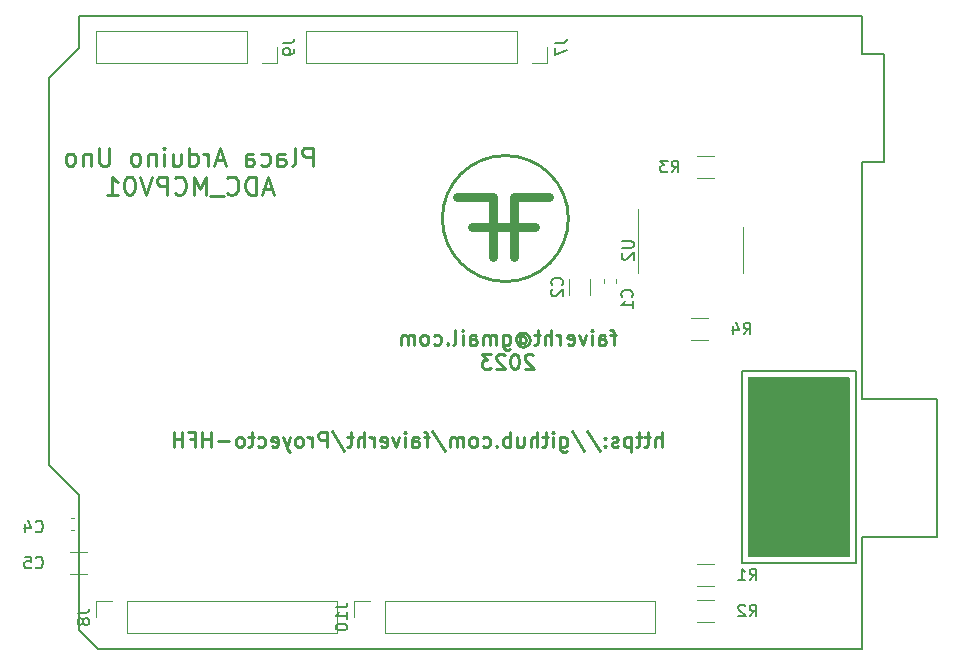
<source format=gbr>
%TF.GenerationSoftware,KiCad,Pcbnew,7.99.0-2684-g11de95778b*%
%TF.CreationDate,2023-11-20T14:54:01-05:00*%
%TF.ProjectId,ADC_MCPV01,4144435f-4d43-4505-9630-312e6b696361,rev?*%
%TF.SameCoordinates,Original*%
%TF.FileFunction,Legend,Bot*%
%TF.FilePolarity,Positive*%
%FSLAX46Y46*%
G04 Gerber Fmt 4.6, Leading zero omitted, Abs format (unit mm)*
G04 Created by KiCad (PCBNEW 7.99.0-2684-g11de95778b) date 2023-11-20 14:54:01*
%MOMM*%
%LPD*%
G01*
G04 APERTURE LIST*
%ADD10C,0.150000*%
%ADD11C,0.228600*%
%ADD12C,0.254000*%
%ADD13C,0.762000*%
%ADD14C,0.120000*%
G04 APERTURE END LIST*
D10*
X162560000Y-57912000D02*
X172212000Y-57912000D01*
X172212000Y-74168000D01*
X162560000Y-74168000D01*
X162560000Y-57912000D01*
D11*
X155780618Y-64348688D02*
X155780618Y-63078688D01*
X155236332Y-64348688D02*
X155236332Y-63683450D01*
X155236332Y-63683450D02*
X155296808Y-63562497D01*
X155296808Y-63562497D02*
X155417760Y-63502021D01*
X155417760Y-63502021D02*
X155599189Y-63502021D01*
X155599189Y-63502021D02*
X155720141Y-63562497D01*
X155720141Y-63562497D02*
X155780618Y-63622973D01*
X154812998Y-63502021D02*
X154329189Y-63502021D01*
X154631570Y-63078688D02*
X154631570Y-64167259D01*
X154631570Y-64167259D02*
X154571093Y-64288212D01*
X154571093Y-64288212D02*
X154450141Y-64348688D01*
X154450141Y-64348688D02*
X154329189Y-64348688D01*
X154087284Y-63502021D02*
X153603475Y-63502021D01*
X153905856Y-63078688D02*
X153905856Y-64167259D01*
X153905856Y-64167259D02*
X153845379Y-64288212D01*
X153845379Y-64288212D02*
X153724427Y-64348688D01*
X153724427Y-64348688D02*
X153603475Y-64348688D01*
X153180142Y-63502021D02*
X153180142Y-64772021D01*
X153180142Y-63562497D02*
X153059189Y-63502021D01*
X153059189Y-63502021D02*
X152817284Y-63502021D01*
X152817284Y-63502021D02*
X152696332Y-63562497D01*
X152696332Y-63562497D02*
X152635856Y-63622973D01*
X152635856Y-63622973D02*
X152575380Y-63743926D01*
X152575380Y-63743926D02*
X152575380Y-64106783D01*
X152575380Y-64106783D02*
X152635856Y-64227735D01*
X152635856Y-64227735D02*
X152696332Y-64288212D01*
X152696332Y-64288212D02*
X152817284Y-64348688D01*
X152817284Y-64348688D02*
X153059189Y-64348688D01*
X153059189Y-64348688D02*
X153180142Y-64288212D01*
X152091570Y-64288212D02*
X151970617Y-64348688D01*
X151970617Y-64348688D02*
X151728713Y-64348688D01*
X151728713Y-64348688D02*
X151607760Y-64288212D01*
X151607760Y-64288212D02*
X151547284Y-64167259D01*
X151547284Y-64167259D02*
X151547284Y-64106783D01*
X151547284Y-64106783D02*
X151607760Y-63985831D01*
X151607760Y-63985831D02*
X151728713Y-63925354D01*
X151728713Y-63925354D02*
X151910141Y-63925354D01*
X151910141Y-63925354D02*
X152031094Y-63864878D01*
X152031094Y-63864878D02*
X152091570Y-63743926D01*
X152091570Y-63743926D02*
X152091570Y-63683450D01*
X152091570Y-63683450D02*
X152031094Y-63562497D01*
X152031094Y-63562497D02*
X151910141Y-63502021D01*
X151910141Y-63502021D02*
X151728713Y-63502021D01*
X151728713Y-63502021D02*
X151607760Y-63562497D01*
X151002999Y-64227735D02*
X150942522Y-64288212D01*
X150942522Y-64288212D02*
X151002999Y-64348688D01*
X151002999Y-64348688D02*
X151063475Y-64288212D01*
X151063475Y-64288212D02*
X151002999Y-64227735D01*
X151002999Y-64227735D02*
X151002999Y-64348688D01*
X151002999Y-63562497D02*
X150942522Y-63622973D01*
X150942522Y-63622973D02*
X151002999Y-63683450D01*
X151002999Y-63683450D02*
X151063475Y-63622973D01*
X151063475Y-63622973D02*
X151002999Y-63562497D01*
X151002999Y-63562497D02*
X151002999Y-63683450D01*
X149491094Y-63018212D02*
X150579665Y-64651069D01*
X148160618Y-63018212D02*
X149249189Y-64651069D01*
X147192999Y-63502021D02*
X147192999Y-64530116D01*
X147192999Y-64530116D02*
X147253475Y-64651069D01*
X147253475Y-64651069D02*
X147313951Y-64711545D01*
X147313951Y-64711545D02*
X147434904Y-64772021D01*
X147434904Y-64772021D02*
X147616332Y-64772021D01*
X147616332Y-64772021D02*
X147737285Y-64711545D01*
X147192999Y-64288212D02*
X147313951Y-64348688D01*
X147313951Y-64348688D02*
X147555856Y-64348688D01*
X147555856Y-64348688D02*
X147676808Y-64288212D01*
X147676808Y-64288212D02*
X147737285Y-64227735D01*
X147737285Y-64227735D02*
X147797761Y-64106783D01*
X147797761Y-64106783D02*
X147797761Y-63743926D01*
X147797761Y-63743926D02*
X147737285Y-63622973D01*
X147737285Y-63622973D02*
X147676808Y-63562497D01*
X147676808Y-63562497D02*
X147555856Y-63502021D01*
X147555856Y-63502021D02*
X147313951Y-63502021D01*
X147313951Y-63502021D02*
X147192999Y-63562497D01*
X146588237Y-64348688D02*
X146588237Y-63502021D01*
X146588237Y-63078688D02*
X146648713Y-63139164D01*
X146648713Y-63139164D02*
X146588237Y-63199640D01*
X146588237Y-63199640D02*
X146527760Y-63139164D01*
X146527760Y-63139164D02*
X146588237Y-63078688D01*
X146588237Y-63078688D02*
X146588237Y-63199640D01*
X146164903Y-63502021D02*
X145681094Y-63502021D01*
X145983475Y-63078688D02*
X145983475Y-64167259D01*
X145983475Y-64167259D02*
X145922998Y-64288212D01*
X145922998Y-64288212D02*
X145802046Y-64348688D01*
X145802046Y-64348688D02*
X145681094Y-64348688D01*
X145257761Y-64348688D02*
X145257761Y-63078688D01*
X144713475Y-64348688D02*
X144713475Y-63683450D01*
X144713475Y-63683450D02*
X144773951Y-63562497D01*
X144773951Y-63562497D02*
X144894903Y-63502021D01*
X144894903Y-63502021D02*
X145076332Y-63502021D01*
X145076332Y-63502021D02*
X145197284Y-63562497D01*
X145197284Y-63562497D02*
X145257761Y-63622973D01*
X143564427Y-63502021D02*
X143564427Y-64348688D01*
X144108713Y-63502021D02*
X144108713Y-64167259D01*
X144108713Y-64167259D02*
X144048236Y-64288212D01*
X144048236Y-64288212D02*
X143927284Y-64348688D01*
X143927284Y-64348688D02*
X143745855Y-64348688D01*
X143745855Y-64348688D02*
X143624903Y-64288212D01*
X143624903Y-64288212D02*
X143564427Y-64227735D01*
X142959665Y-64348688D02*
X142959665Y-63078688D01*
X142959665Y-63562497D02*
X142838712Y-63502021D01*
X142838712Y-63502021D02*
X142596807Y-63502021D01*
X142596807Y-63502021D02*
X142475855Y-63562497D01*
X142475855Y-63562497D02*
X142415379Y-63622973D01*
X142415379Y-63622973D02*
X142354903Y-63743926D01*
X142354903Y-63743926D02*
X142354903Y-64106783D01*
X142354903Y-64106783D02*
X142415379Y-64227735D01*
X142415379Y-64227735D02*
X142475855Y-64288212D01*
X142475855Y-64288212D02*
X142596807Y-64348688D01*
X142596807Y-64348688D02*
X142838712Y-64348688D01*
X142838712Y-64348688D02*
X142959665Y-64288212D01*
X141810617Y-64227735D02*
X141750140Y-64288212D01*
X141750140Y-64288212D02*
X141810617Y-64348688D01*
X141810617Y-64348688D02*
X141871093Y-64288212D01*
X141871093Y-64288212D02*
X141810617Y-64227735D01*
X141810617Y-64227735D02*
X141810617Y-64348688D01*
X140661569Y-64288212D02*
X140782521Y-64348688D01*
X140782521Y-64348688D02*
X141024426Y-64348688D01*
X141024426Y-64348688D02*
X141145378Y-64288212D01*
X141145378Y-64288212D02*
X141205855Y-64227735D01*
X141205855Y-64227735D02*
X141266331Y-64106783D01*
X141266331Y-64106783D02*
X141266331Y-63743926D01*
X141266331Y-63743926D02*
X141205855Y-63622973D01*
X141205855Y-63622973D02*
X141145378Y-63562497D01*
X141145378Y-63562497D02*
X141024426Y-63502021D01*
X141024426Y-63502021D02*
X140782521Y-63502021D01*
X140782521Y-63502021D02*
X140661569Y-63562497D01*
X139935855Y-64348688D02*
X140056807Y-64288212D01*
X140056807Y-64288212D02*
X140117284Y-64227735D01*
X140117284Y-64227735D02*
X140177760Y-64106783D01*
X140177760Y-64106783D02*
X140177760Y-63743926D01*
X140177760Y-63743926D02*
X140117284Y-63622973D01*
X140117284Y-63622973D02*
X140056807Y-63562497D01*
X140056807Y-63562497D02*
X139935855Y-63502021D01*
X139935855Y-63502021D02*
X139754426Y-63502021D01*
X139754426Y-63502021D02*
X139633474Y-63562497D01*
X139633474Y-63562497D02*
X139572998Y-63622973D01*
X139572998Y-63622973D02*
X139512522Y-63743926D01*
X139512522Y-63743926D02*
X139512522Y-64106783D01*
X139512522Y-64106783D02*
X139572998Y-64227735D01*
X139572998Y-64227735D02*
X139633474Y-64288212D01*
X139633474Y-64288212D02*
X139754426Y-64348688D01*
X139754426Y-64348688D02*
X139935855Y-64348688D01*
X138968236Y-64348688D02*
X138968236Y-63502021D01*
X138968236Y-63622973D02*
X138907759Y-63562497D01*
X138907759Y-63562497D02*
X138786807Y-63502021D01*
X138786807Y-63502021D02*
X138605378Y-63502021D01*
X138605378Y-63502021D02*
X138484426Y-63562497D01*
X138484426Y-63562497D02*
X138423950Y-63683450D01*
X138423950Y-63683450D02*
X138423950Y-64348688D01*
X138423950Y-63683450D02*
X138363474Y-63562497D01*
X138363474Y-63562497D02*
X138242521Y-63502021D01*
X138242521Y-63502021D02*
X138061093Y-63502021D01*
X138061093Y-63502021D02*
X137940140Y-63562497D01*
X137940140Y-63562497D02*
X137879664Y-63683450D01*
X137879664Y-63683450D02*
X137879664Y-64348688D01*
X136367760Y-63018212D02*
X137456331Y-64651069D01*
X136125855Y-63502021D02*
X135642046Y-63502021D01*
X135944427Y-64348688D02*
X135944427Y-63260116D01*
X135944427Y-63260116D02*
X135883950Y-63139164D01*
X135883950Y-63139164D02*
X135762998Y-63078688D01*
X135762998Y-63078688D02*
X135642046Y-63078688D01*
X134674427Y-64348688D02*
X134674427Y-63683450D01*
X134674427Y-63683450D02*
X134734903Y-63562497D01*
X134734903Y-63562497D02*
X134855855Y-63502021D01*
X134855855Y-63502021D02*
X135097760Y-63502021D01*
X135097760Y-63502021D02*
X135218713Y-63562497D01*
X134674427Y-64288212D02*
X134795379Y-64348688D01*
X134795379Y-64348688D02*
X135097760Y-64348688D01*
X135097760Y-64348688D02*
X135218713Y-64288212D01*
X135218713Y-64288212D02*
X135279189Y-64167259D01*
X135279189Y-64167259D02*
X135279189Y-64046307D01*
X135279189Y-64046307D02*
X135218713Y-63925354D01*
X135218713Y-63925354D02*
X135097760Y-63864878D01*
X135097760Y-63864878D02*
X134795379Y-63864878D01*
X134795379Y-63864878D02*
X134674427Y-63804402D01*
X134069665Y-64348688D02*
X134069665Y-63502021D01*
X134069665Y-63078688D02*
X134130141Y-63139164D01*
X134130141Y-63139164D02*
X134069665Y-63199640D01*
X134069665Y-63199640D02*
X134009188Y-63139164D01*
X134009188Y-63139164D02*
X134069665Y-63078688D01*
X134069665Y-63078688D02*
X134069665Y-63199640D01*
X133585855Y-63502021D02*
X133283474Y-64348688D01*
X133283474Y-64348688D02*
X132981093Y-63502021D01*
X132013474Y-64288212D02*
X132134426Y-64348688D01*
X132134426Y-64348688D02*
X132376331Y-64348688D01*
X132376331Y-64348688D02*
X132497284Y-64288212D01*
X132497284Y-64288212D02*
X132557760Y-64167259D01*
X132557760Y-64167259D02*
X132557760Y-63683450D01*
X132557760Y-63683450D02*
X132497284Y-63562497D01*
X132497284Y-63562497D02*
X132376331Y-63502021D01*
X132376331Y-63502021D02*
X132134426Y-63502021D01*
X132134426Y-63502021D02*
X132013474Y-63562497D01*
X132013474Y-63562497D02*
X131952998Y-63683450D01*
X131952998Y-63683450D02*
X131952998Y-63804402D01*
X131952998Y-63804402D02*
X132557760Y-63925354D01*
X131408713Y-64348688D02*
X131408713Y-63502021D01*
X131408713Y-63743926D02*
X131348236Y-63622973D01*
X131348236Y-63622973D02*
X131287760Y-63562497D01*
X131287760Y-63562497D02*
X131166808Y-63502021D01*
X131166808Y-63502021D02*
X131045855Y-63502021D01*
X130622523Y-64348688D02*
X130622523Y-63078688D01*
X130078237Y-64348688D02*
X130078237Y-63683450D01*
X130078237Y-63683450D02*
X130138713Y-63562497D01*
X130138713Y-63562497D02*
X130259665Y-63502021D01*
X130259665Y-63502021D02*
X130441094Y-63502021D01*
X130441094Y-63502021D02*
X130562046Y-63562497D01*
X130562046Y-63562497D02*
X130622523Y-63622973D01*
X129654903Y-63502021D02*
X129171094Y-63502021D01*
X129473475Y-63078688D02*
X129473475Y-64167259D01*
X129473475Y-64167259D02*
X129412998Y-64288212D01*
X129412998Y-64288212D02*
X129292046Y-64348688D01*
X129292046Y-64348688D02*
X129171094Y-64348688D01*
X127840618Y-63018212D02*
X128929189Y-64651069D01*
X127417285Y-64348688D02*
X127417285Y-63078688D01*
X127417285Y-63078688D02*
X126933475Y-63078688D01*
X126933475Y-63078688D02*
X126812523Y-63139164D01*
X126812523Y-63139164D02*
X126752046Y-63199640D01*
X126752046Y-63199640D02*
X126691570Y-63320592D01*
X126691570Y-63320592D02*
X126691570Y-63502021D01*
X126691570Y-63502021D02*
X126752046Y-63622973D01*
X126752046Y-63622973D02*
X126812523Y-63683450D01*
X126812523Y-63683450D02*
X126933475Y-63743926D01*
X126933475Y-63743926D02*
X127417285Y-63743926D01*
X126147285Y-64348688D02*
X126147285Y-63502021D01*
X126147285Y-63743926D02*
X126086808Y-63622973D01*
X126086808Y-63622973D02*
X126026332Y-63562497D01*
X126026332Y-63562497D02*
X125905380Y-63502021D01*
X125905380Y-63502021D02*
X125784427Y-63502021D01*
X125179666Y-64348688D02*
X125300618Y-64288212D01*
X125300618Y-64288212D02*
X125361095Y-64227735D01*
X125361095Y-64227735D02*
X125421571Y-64106783D01*
X125421571Y-64106783D02*
X125421571Y-63743926D01*
X125421571Y-63743926D02*
X125361095Y-63622973D01*
X125361095Y-63622973D02*
X125300618Y-63562497D01*
X125300618Y-63562497D02*
X125179666Y-63502021D01*
X125179666Y-63502021D02*
X124998237Y-63502021D01*
X124998237Y-63502021D02*
X124877285Y-63562497D01*
X124877285Y-63562497D02*
X124816809Y-63622973D01*
X124816809Y-63622973D02*
X124756333Y-63743926D01*
X124756333Y-63743926D02*
X124756333Y-64106783D01*
X124756333Y-64106783D02*
X124816809Y-64227735D01*
X124816809Y-64227735D02*
X124877285Y-64288212D01*
X124877285Y-64288212D02*
X124998237Y-64348688D01*
X124998237Y-64348688D02*
X125179666Y-64348688D01*
X124332999Y-63502021D02*
X124030618Y-64348688D01*
X123728237Y-63502021D02*
X124030618Y-64348688D01*
X124030618Y-64348688D02*
X124151570Y-64651069D01*
X124151570Y-64651069D02*
X124212047Y-64711545D01*
X124212047Y-64711545D02*
X124332999Y-64772021D01*
X122760618Y-64288212D02*
X122881570Y-64348688D01*
X122881570Y-64348688D02*
X123123475Y-64348688D01*
X123123475Y-64348688D02*
X123244428Y-64288212D01*
X123244428Y-64288212D02*
X123304904Y-64167259D01*
X123304904Y-64167259D02*
X123304904Y-63683450D01*
X123304904Y-63683450D02*
X123244428Y-63562497D01*
X123244428Y-63562497D02*
X123123475Y-63502021D01*
X123123475Y-63502021D02*
X122881570Y-63502021D01*
X122881570Y-63502021D02*
X122760618Y-63562497D01*
X122760618Y-63562497D02*
X122700142Y-63683450D01*
X122700142Y-63683450D02*
X122700142Y-63804402D01*
X122700142Y-63804402D02*
X123304904Y-63925354D01*
X121611571Y-64288212D02*
X121732523Y-64348688D01*
X121732523Y-64348688D02*
X121974428Y-64348688D01*
X121974428Y-64348688D02*
X122095380Y-64288212D01*
X122095380Y-64288212D02*
X122155857Y-64227735D01*
X122155857Y-64227735D02*
X122216333Y-64106783D01*
X122216333Y-64106783D02*
X122216333Y-63743926D01*
X122216333Y-63743926D02*
X122155857Y-63622973D01*
X122155857Y-63622973D02*
X122095380Y-63562497D01*
X122095380Y-63562497D02*
X121974428Y-63502021D01*
X121974428Y-63502021D02*
X121732523Y-63502021D01*
X121732523Y-63502021D02*
X121611571Y-63562497D01*
X121248714Y-63502021D02*
X120764905Y-63502021D01*
X121067286Y-63078688D02*
X121067286Y-64167259D01*
X121067286Y-64167259D02*
X121006809Y-64288212D01*
X121006809Y-64288212D02*
X120885857Y-64348688D01*
X120885857Y-64348688D02*
X120764905Y-64348688D01*
X120160143Y-64348688D02*
X120281095Y-64288212D01*
X120281095Y-64288212D02*
X120341572Y-64227735D01*
X120341572Y-64227735D02*
X120402048Y-64106783D01*
X120402048Y-64106783D02*
X120402048Y-63743926D01*
X120402048Y-63743926D02*
X120341572Y-63622973D01*
X120341572Y-63622973D02*
X120281095Y-63562497D01*
X120281095Y-63562497D02*
X120160143Y-63502021D01*
X120160143Y-63502021D02*
X119978714Y-63502021D01*
X119978714Y-63502021D02*
X119857762Y-63562497D01*
X119857762Y-63562497D02*
X119797286Y-63622973D01*
X119797286Y-63622973D02*
X119736810Y-63743926D01*
X119736810Y-63743926D02*
X119736810Y-64106783D01*
X119736810Y-64106783D02*
X119797286Y-64227735D01*
X119797286Y-64227735D02*
X119857762Y-64288212D01*
X119857762Y-64288212D02*
X119978714Y-64348688D01*
X119978714Y-64348688D02*
X120160143Y-64348688D01*
X119192524Y-63864878D02*
X118224905Y-63864878D01*
X117620143Y-64348688D02*
X117620143Y-63078688D01*
X117620143Y-63683450D02*
X116894428Y-63683450D01*
X116894428Y-64348688D02*
X116894428Y-63078688D01*
X115866333Y-63683450D02*
X116289667Y-63683450D01*
X116289667Y-64348688D02*
X116289667Y-63078688D01*
X116289667Y-63078688D02*
X115684905Y-63078688D01*
X115201096Y-64348688D02*
X115201096Y-63078688D01*
X115201096Y-63683450D02*
X114475381Y-63683450D01*
X114475381Y-64348688D02*
X114475381Y-63078688D01*
D12*
X126237999Y-40526728D02*
X126237999Y-39002728D01*
X126237999Y-39002728D02*
X125657428Y-39002728D01*
X125657428Y-39002728D02*
X125512285Y-39075299D01*
X125512285Y-39075299D02*
X125439714Y-39147871D01*
X125439714Y-39147871D02*
X125367142Y-39293014D01*
X125367142Y-39293014D02*
X125367142Y-39510728D01*
X125367142Y-39510728D02*
X125439714Y-39655871D01*
X125439714Y-39655871D02*
X125512285Y-39728442D01*
X125512285Y-39728442D02*
X125657428Y-39801014D01*
X125657428Y-39801014D02*
X126237999Y-39801014D01*
X124496285Y-40526728D02*
X124641428Y-40454157D01*
X124641428Y-40454157D02*
X124713999Y-40309014D01*
X124713999Y-40309014D02*
X124713999Y-39002728D01*
X123262571Y-40526728D02*
X123262571Y-39728442D01*
X123262571Y-39728442D02*
X123335142Y-39583299D01*
X123335142Y-39583299D02*
X123480285Y-39510728D01*
X123480285Y-39510728D02*
X123770571Y-39510728D01*
X123770571Y-39510728D02*
X123915713Y-39583299D01*
X123262571Y-40454157D02*
X123407713Y-40526728D01*
X123407713Y-40526728D02*
X123770571Y-40526728D01*
X123770571Y-40526728D02*
X123915713Y-40454157D01*
X123915713Y-40454157D02*
X123988285Y-40309014D01*
X123988285Y-40309014D02*
X123988285Y-40163871D01*
X123988285Y-40163871D02*
X123915713Y-40018728D01*
X123915713Y-40018728D02*
X123770571Y-39946157D01*
X123770571Y-39946157D02*
X123407713Y-39946157D01*
X123407713Y-39946157D02*
X123262571Y-39873585D01*
X121883714Y-40454157D02*
X122028856Y-40526728D01*
X122028856Y-40526728D02*
X122319142Y-40526728D01*
X122319142Y-40526728D02*
X122464285Y-40454157D01*
X122464285Y-40454157D02*
X122536856Y-40381585D01*
X122536856Y-40381585D02*
X122609428Y-40236442D01*
X122609428Y-40236442D02*
X122609428Y-39801014D01*
X122609428Y-39801014D02*
X122536856Y-39655871D01*
X122536856Y-39655871D02*
X122464285Y-39583299D01*
X122464285Y-39583299D02*
X122319142Y-39510728D01*
X122319142Y-39510728D02*
X122028856Y-39510728D01*
X122028856Y-39510728D02*
X121883714Y-39583299D01*
X120577428Y-40526728D02*
X120577428Y-39728442D01*
X120577428Y-39728442D02*
X120649999Y-39583299D01*
X120649999Y-39583299D02*
X120795142Y-39510728D01*
X120795142Y-39510728D02*
X121085428Y-39510728D01*
X121085428Y-39510728D02*
X121230570Y-39583299D01*
X120577428Y-40454157D02*
X120722570Y-40526728D01*
X120722570Y-40526728D02*
X121085428Y-40526728D01*
X121085428Y-40526728D02*
X121230570Y-40454157D01*
X121230570Y-40454157D02*
X121303142Y-40309014D01*
X121303142Y-40309014D02*
X121303142Y-40163871D01*
X121303142Y-40163871D02*
X121230570Y-40018728D01*
X121230570Y-40018728D02*
X121085428Y-39946157D01*
X121085428Y-39946157D02*
X120722570Y-39946157D01*
X120722570Y-39946157D02*
X120577428Y-39873585D01*
X118763142Y-40091299D02*
X118037428Y-40091299D01*
X118908285Y-40526728D02*
X118400285Y-39002728D01*
X118400285Y-39002728D02*
X117892285Y-40526728D01*
X117384284Y-40526728D02*
X117384284Y-39510728D01*
X117384284Y-39801014D02*
X117311713Y-39655871D01*
X117311713Y-39655871D02*
X117239142Y-39583299D01*
X117239142Y-39583299D02*
X117093999Y-39510728D01*
X117093999Y-39510728D02*
X116948856Y-39510728D01*
X115787713Y-40526728D02*
X115787713Y-39002728D01*
X115787713Y-40454157D02*
X115932855Y-40526728D01*
X115932855Y-40526728D02*
X116223141Y-40526728D01*
X116223141Y-40526728D02*
X116368284Y-40454157D01*
X116368284Y-40454157D02*
X116440855Y-40381585D01*
X116440855Y-40381585D02*
X116513427Y-40236442D01*
X116513427Y-40236442D02*
X116513427Y-39801014D01*
X116513427Y-39801014D02*
X116440855Y-39655871D01*
X116440855Y-39655871D02*
X116368284Y-39583299D01*
X116368284Y-39583299D02*
X116223141Y-39510728D01*
X116223141Y-39510728D02*
X115932855Y-39510728D01*
X115932855Y-39510728D02*
X115787713Y-39583299D01*
X114408856Y-39510728D02*
X114408856Y-40526728D01*
X115061998Y-39510728D02*
X115061998Y-40309014D01*
X115061998Y-40309014D02*
X114989427Y-40454157D01*
X114989427Y-40454157D02*
X114844284Y-40526728D01*
X114844284Y-40526728D02*
X114626570Y-40526728D01*
X114626570Y-40526728D02*
X114481427Y-40454157D01*
X114481427Y-40454157D02*
X114408856Y-40381585D01*
X113683141Y-40526728D02*
X113683141Y-39510728D01*
X113683141Y-39002728D02*
X113755713Y-39075299D01*
X113755713Y-39075299D02*
X113683141Y-39147871D01*
X113683141Y-39147871D02*
X113610570Y-39075299D01*
X113610570Y-39075299D02*
X113683141Y-39002728D01*
X113683141Y-39002728D02*
X113683141Y-39147871D01*
X112957427Y-39510728D02*
X112957427Y-40526728D01*
X112957427Y-39655871D02*
X112884856Y-39583299D01*
X112884856Y-39583299D02*
X112739713Y-39510728D01*
X112739713Y-39510728D02*
X112521999Y-39510728D01*
X112521999Y-39510728D02*
X112376856Y-39583299D01*
X112376856Y-39583299D02*
X112304285Y-39728442D01*
X112304285Y-39728442D02*
X112304285Y-40526728D01*
X111360856Y-40526728D02*
X111505999Y-40454157D01*
X111505999Y-40454157D02*
X111578570Y-40381585D01*
X111578570Y-40381585D02*
X111651142Y-40236442D01*
X111651142Y-40236442D02*
X111651142Y-39801014D01*
X111651142Y-39801014D02*
X111578570Y-39655871D01*
X111578570Y-39655871D02*
X111505999Y-39583299D01*
X111505999Y-39583299D02*
X111360856Y-39510728D01*
X111360856Y-39510728D02*
X111143142Y-39510728D01*
X111143142Y-39510728D02*
X110997999Y-39583299D01*
X110997999Y-39583299D02*
X110925428Y-39655871D01*
X110925428Y-39655871D02*
X110852856Y-39801014D01*
X110852856Y-39801014D02*
X110852856Y-40236442D01*
X110852856Y-40236442D02*
X110925428Y-40381585D01*
X110925428Y-40381585D02*
X110997999Y-40454157D01*
X110997999Y-40454157D02*
X111143142Y-40526728D01*
X111143142Y-40526728D02*
X111360856Y-40526728D01*
X109038570Y-39002728D02*
X109038570Y-40236442D01*
X109038570Y-40236442D02*
X108965999Y-40381585D01*
X108965999Y-40381585D02*
X108893428Y-40454157D01*
X108893428Y-40454157D02*
X108748285Y-40526728D01*
X108748285Y-40526728D02*
X108457999Y-40526728D01*
X108457999Y-40526728D02*
X108312856Y-40454157D01*
X108312856Y-40454157D02*
X108240285Y-40381585D01*
X108240285Y-40381585D02*
X108167713Y-40236442D01*
X108167713Y-40236442D02*
X108167713Y-39002728D01*
X107441999Y-39510728D02*
X107441999Y-40526728D01*
X107441999Y-39655871D02*
X107369428Y-39583299D01*
X107369428Y-39583299D02*
X107224285Y-39510728D01*
X107224285Y-39510728D02*
X107006571Y-39510728D01*
X107006571Y-39510728D02*
X106861428Y-39583299D01*
X106861428Y-39583299D02*
X106788857Y-39728442D01*
X106788857Y-39728442D02*
X106788857Y-40526728D01*
X105845428Y-40526728D02*
X105990571Y-40454157D01*
X105990571Y-40454157D02*
X106063142Y-40381585D01*
X106063142Y-40381585D02*
X106135714Y-40236442D01*
X106135714Y-40236442D02*
X106135714Y-39801014D01*
X106135714Y-39801014D02*
X106063142Y-39655871D01*
X106063142Y-39655871D02*
X105990571Y-39583299D01*
X105990571Y-39583299D02*
X105845428Y-39510728D01*
X105845428Y-39510728D02*
X105627714Y-39510728D01*
X105627714Y-39510728D02*
X105482571Y-39583299D01*
X105482571Y-39583299D02*
X105410000Y-39655871D01*
X105410000Y-39655871D02*
X105337428Y-39801014D01*
X105337428Y-39801014D02*
X105337428Y-40236442D01*
X105337428Y-40236442D02*
X105410000Y-40381585D01*
X105410000Y-40381585D02*
X105482571Y-40454157D01*
X105482571Y-40454157D02*
X105627714Y-40526728D01*
X105627714Y-40526728D02*
X105845428Y-40526728D01*
X122790857Y-42544854D02*
X122065143Y-42544854D01*
X122936000Y-42980283D02*
X122428000Y-41456283D01*
X122428000Y-41456283D02*
X121920000Y-42980283D01*
X121411999Y-42980283D02*
X121411999Y-41456283D01*
X121411999Y-41456283D02*
X121049142Y-41456283D01*
X121049142Y-41456283D02*
X120831428Y-41528854D01*
X120831428Y-41528854D02*
X120686285Y-41673997D01*
X120686285Y-41673997D02*
X120613714Y-41819140D01*
X120613714Y-41819140D02*
X120541142Y-42109426D01*
X120541142Y-42109426D02*
X120541142Y-42327140D01*
X120541142Y-42327140D02*
X120613714Y-42617426D01*
X120613714Y-42617426D02*
X120686285Y-42762569D01*
X120686285Y-42762569D02*
X120831428Y-42907712D01*
X120831428Y-42907712D02*
X121049142Y-42980283D01*
X121049142Y-42980283D02*
X121411999Y-42980283D01*
X119017142Y-42835140D02*
X119089714Y-42907712D01*
X119089714Y-42907712D02*
X119307428Y-42980283D01*
X119307428Y-42980283D02*
X119452571Y-42980283D01*
X119452571Y-42980283D02*
X119670285Y-42907712D01*
X119670285Y-42907712D02*
X119815428Y-42762569D01*
X119815428Y-42762569D02*
X119887999Y-42617426D01*
X119887999Y-42617426D02*
X119960571Y-42327140D01*
X119960571Y-42327140D02*
X119960571Y-42109426D01*
X119960571Y-42109426D02*
X119887999Y-41819140D01*
X119887999Y-41819140D02*
X119815428Y-41673997D01*
X119815428Y-41673997D02*
X119670285Y-41528854D01*
X119670285Y-41528854D02*
X119452571Y-41456283D01*
X119452571Y-41456283D02*
X119307428Y-41456283D01*
X119307428Y-41456283D02*
X119089714Y-41528854D01*
X119089714Y-41528854D02*
X119017142Y-41601426D01*
X118726857Y-43125426D02*
X117565714Y-43125426D01*
X117202856Y-42980283D02*
X117202856Y-41456283D01*
X117202856Y-41456283D02*
X116694856Y-42544854D01*
X116694856Y-42544854D02*
X116186856Y-41456283D01*
X116186856Y-41456283D02*
X116186856Y-42980283D01*
X114590285Y-42835140D02*
X114662857Y-42907712D01*
X114662857Y-42907712D02*
X114880571Y-42980283D01*
X114880571Y-42980283D02*
X115025714Y-42980283D01*
X115025714Y-42980283D02*
X115243428Y-42907712D01*
X115243428Y-42907712D02*
X115388571Y-42762569D01*
X115388571Y-42762569D02*
X115461142Y-42617426D01*
X115461142Y-42617426D02*
X115533714Y-42327140D01*
X115533714Y-42327140D02*
X115533714Y-42109426D01*
X115533714Y-42109426D02*
X115461142Y-41819140D01*
X115461142Y-41819140D02*
X115388571Y-41673997D01*
X115388571Y-41673997D02*
X115243428Y-41528854D01*
X115243428Y-41528854D02*
X115025714Y-41456283D01*
X115025714Y-41456283D02*
X114880571Y-41456283D01*
X114880571Y-41456283D02*
X114662857Y-41528854D01*
X114662857Y-41528854D02*
X114590285Y-41601426D01*
X113937142Y-42980283D02*
X113937142Y-41456283D01*
X113937142Y-41456283D02*
X113356571Y-41456283D01*
X113356571Y-41456283D02*
X113211428Y-41528854D01*
X113211428Y-41528854D02*
X113138857Y-41601426D01*
X113138857Y-41601426D02*
X113066285Y-41746569D01*
X113066285Y-41746569D02*
X113066285Y-41964283D01*
X113066285Y-41964283D02*
X113138857Y-42109426D01*
X113138857Y-42109426D02*
X113211428Y-42181997D01*
X113211428Y-42181997D02*
X113356571Y-42254569D01*
X113356571Y-42254569D02*
X113937142Y-42254569D01*
X112630857Y-41456283D02*
X112122857Y-42980283D01*
X112122857Y-42980283D02*
X111614857Y-41456283D01*
X110816571Y-41456283D02*
X110671428Y-41456283D01*
X110671428Y-41456283D02*
X110526285Y-41528854D01*
X110526285Y-41528854D02*
X110453714Y-41601426D01*
X110453714Y-41601426D02*
X110381142Y-41746569D01*
X110381142Y-41746569D02*
X110308571Y-42036854D01*
X110308571Y-42036854D02*
X110308571Y-42399712D01*
X110308571Y-42399712D02*
X110381142Y-42689997D01*
X110381142Y-42689997D02*
X110453714Y-42835140D01*
X110453714Y-42835140D02*
X110526285Y-42907712D01*
X110526285Y-42907712D02*
X110671428Y-42980283D01*
X110671428Y-42980283D02*
X110816571Y-42980283D01*
X110816571Y-42980283D02*
X110961714Y-42907712D01*
X110961714Y-42907712D02*
X111034285Y-42835140D01*
X111034285Y-42835140D02*
X111106856Y-42689997D01*
X111106856Y-42689997D02*
X111179428Y-42399712D01*
X111179428Y-42399712D02*
X111179428Y-42036854D01*
X111179428Y-42036854D02*
X111106856Y-41746569D01*
X111106856Y-41746569D02*
X111034285Y-41601426D01*
X111034285Y-41601426D02*
X110961714Y-41528854D01*
X110961714Y-41528854D02*
X110816571Y-41456283D01*
X108857142Y-42980283D02*
X109727999Y-42980283D01*
X109292570Y-42980283D02*
X109292570Y-41456283D01*
X109292570Y-41456283D02*
X109437713Y-41673997D01*
X109437713Y-41673997D02*
X109582856Y-41819140D01*
X109582856Y-41819140D02*
X109727999Y-41891712D01*
X147891751Y-45009715D02*
G75*
G02*
X147891751Y-45009715I-5334251J0D01*
G01*
D13*
X143319500Y-43180000D02*
X143319500Y-48260000D01*
X139763500Y-45720000D02*
X145097500Y-45720000D01*
X143319500Y-43180000D02*
X146240500Y-43180000D01*
X141541500Y-43180000D02*
X141541500Y-48260000D01*
X138493500Y-43180000D02*
X141541500Y-43180000D01*
D11*
X151940380Y-54853392D02*
X151456571Y-54853392D01*
X151758952Y-55700059D02*
X151758952Y-54611487D01*
X151758952Y-54611487D02*
X151698475Y-54490535D01*
X151698475Y-54490535D02*
X151577523Y-54430059D01*
X151577523Y-54430059D02*
X151456571Y-54430059D01*
X150488952Y-55700059D02*
X150488952Y-55034821D01*
X150488952Y-55034821D02*
X150549428Y-54913868D01*
X150549428Y-54913868D02*
X150670380Y-54853392D01*
X150670380Y-54853392D02*
X150912285Y-54853392D01*
X150912285Y-54853392D02*
X151033238Y-54913868D01*
X150488952Y-55639583D02*
X150609904Y-55700059D01*
X150609904Y-55700059D02*
X150912285Y-55700059D01*
X150912285Y-55700059D02*
X151033238Y-55639583D01*
X151033238Y-55639583D02*
X151093714Y-55518630D01*
X151093714Y-55518630D02*
X151093714Y-55397678D01*
X151093714Y-55397678D02*
X151033238Y-55276725D01*
X151033238Y-55276725D02*
X150912285Y-55216249D01*
X150912285Y-55216249D02*
X150609904Y-55216249D01*
X150609904Y-55216249D02*
X150488952Y-55155773D01*
X149884190Y-55700059D02*
X149884190Y-54853392D01*
X149884190Y-54430059D02*
X149944666Y-54490535D01*
X149944666Y-54490535D02*
X149884190Y-54551011D01*
X149884190Y-54551011D02*
X149823713Y-54490535D01*
X149823713Y-54490535D02*
X149884190Y-54430059D01*
X149884190Y-54430059D02*
X149884190Y-54551011D01*
X149400380Y-54853392D02*
X149097999Y-55700059D01*
X149097999Y-55700059D02*
X148795618Y-54853392D01*
X147827999Y-55639583D02*
X147948951Y-55700059D01*
X147948951Y-55700059D02*
X148190856Y-55700059D01*
X148190856Y-55700059D02*
X148311809Y-55639583D01*
X148311809Y-55639583D02*
X148372285Y-55518630D01*
X148372285Y-55518630D02*
X148372285Y-55034821D01*
X148372285Y-55034821D02*
X148311809Y-54913868D01*
X148311809Y-54913868D02*
X148190856Y-54853392D01*
X148190856Y-54853392D02*
X147948951Y-54853392D01*
X147948951Y-54853392D02*
X147827999Y-54913868D01*
X147827999Y-54913868D02*
X147767523Y-55034821D01*
X147767523Y-55034821D02*
X147767523Y-55155773D01*
X147767523Y-55155773D02*
X148372285Y-55276725D01*
X147223238Y-55700059D02*
X147223238Y-54853392D01*
X147223238Y-55095297D02*
X147162761Y-54974344D01*
X147162761Y-54974344D02*
X147102285Y-54913868D01*
X147102285Y-54913868D02*
X146981333Y-54853392D01*
X146981333Y-54853392D02*
X146860380Y-54853392D01*
X146437048Y-55700059D02*
X146437048Y-54430059D01*
X145892762Y-55700059D02*
X145892762Y-55034821D01*
X145892762Y-55034821D02*
X145953238Y-54913868D01*
X145953238Y-54913868D02*
X146074190Y-54853392D01*
X146074190Y-54853392D02*
X146255619Y-54853392D01*
X146255619Y-54853392D02*
X146376571Y-54913868D01*
X146376571Y-54913868D02*
X146437048Y-54974344D01*
X145469428Y-54853392D02*
X144985619Y-54853392D01*
X145288000Y-54430059D02*
X145288000Y-55518630D01*
X145288000Y-55518630D02*
X145227523Y-55639583D01*
X145227523Y-55639583D02*
X145106571Y-55700059D01*
X145106571Y-55700059D02*
X144985619Y-55700059D01*
X143776095Y-55095297D02*
X143836571Y-55034821D01*
X143836571Y-55034821D02*
X143957524Y-54974344D01*
X143957524Y-54974344D02*
X144078476Y-54974344D01*
X144078476Y-54974344D02*
X144199428Y-55034821D01*
X144199428Y-55034821D02*
X144259905Y-55095297D01*
X144259905Y-55095297D02*
X144320381Y-55216249D01*
X144320381Y-55216249D02*
X144320381Y-55337202D01*
X144320381Y-55337202D02*
X144259905Y-55458154D01*
X144259905Y-55458154D02*
X144199428Y-55518630D01*
X144199428Y-55518630D02*
X144078476Y-55579106D01*
X144078476Y-55579106D02*
X143957524Y-55579106D01*
X143957524Y-55579106D02*
X143836571Y-55518630D01*
X143836571Y-55518630D02*
X143776095Y-55458154D01*
X143776095Y-54974344D02*
X143776095Y-55458154D01*
X143776095Y-55458154D02*
X143715619Y-55518630D01*
X143715619Y-55518630D02*
X143655143Y-55518630D01*
X143655143Y-55518630D02*
X143534190Y-55458154D01*
X143534190Y-55458154D02*
X143473714Y-55337202D01*
X143473714Y-55337202D02*
X143473714Y-55034821D01*
X143473714Y-55034821D02*
X143594667Y-54853392D01*
X143594667Y-54853392D02*
X143776095Y-54732440D01*
X143776095Y-54732440D02*
X144018000Y-54671963D01*
X144018000Y-54671963D02*
X144259905Y-54732440D01*
X144259905Y-54732440D02*
X144441333Y-54853392D01*
X144441333Y-54853392D02*
X144562286Y-55034821D01*
X144562286Y-55034821D02*
X144622762Y-55276725D01*
X144622762Y-55276725D02*
X144562286Y-55518630D01*
X144562286Y-55518630D02*
X144441333Y-55700059D01*
X144441333Y-55700059D02*
X144259905Y-55821011D01*
X144259905Y-55821011D02*
X144018000Y-55881487D01*
X144018000Y-55881487D02*
X143776095Y-55821011D01*
X143776095Y-55821011D02*
X143594667Y-55700059D01*
X142385143Y-54853392D02*
X142385143Y-55881487D01*
X142385143Y-55881487D02*
X142445619Y-56002440D01*
X142445619Y-56002440D02*
X142506095Y-56062916D01*
X142506095Y-56062916D02*
X142627048Y-56123392D01*
X142627048Y-56123392D02*
X142808476Y-56123392D01*
X142808476Y-56123392D02*
X142929429Y-56062916D01*
X142385143Y-55639583D02*
X142506095Y-55700059D01*
X142506095Y-55700059D02*
X142748000Y-55700059D01*
X142748000Y-55700059D02*
X142868952Y-55639583D01*
X142868952Y-55639583D02*
X142929429Y-55579106D01*
X142929429Y-55579106D02*
X142989905Y-55458154D01*
X142989905Y-55458154D02*
X142989905Y-55095297D01*
X142989905Y-55095297D02*
X142929429Y-54974344D01*
X142929429Y-54974344D02*
X142868952Y-54913868D01*
X142868952Y-54913868D02*
X142748000Y-54853392D01*
X142748000Y-54853392D02*
X142506095Y-54853392D01*
X142506095Y-54853392D02*
X142385143Y-54913868D01*
X141780381Y-55700059D02*
X141780381Y-54853392D01*
X141780381Y-54974344D02*
X141719904Y-54913868D01*
X141719904Y-54913868D02*
X141598952Y-54853392D01*
X141598952Y-54853392D02*
X141417523Y-54853392D01*
X141417523Y-54853392D02*
X141296571Y-54913868D01*
X141296571Y-54913868D02*
X141236095Y-55034821D01*
X141236095Y-55034821D02*
X141236095Y-55700059D01*
X141236095Y-55034821D02*
X141175619Y-54913868D01*
X141175619Y-54913868D02*
X141054666Y-54853392D01*
X141054666Y-54853392D02*
X140873238Y-54853392D01*
X140873238Y-54853392D02*
X140752285Y-54913868D01*
X140752285Y-54913868D02*
X140691809Y-55034821D01*
X140691809Y-55034821D02*
X140691809Y-55700059D01*
X139542762Y-55700059D02*
X139542762Y-55034821D01*
X139542762Y-55034821D02*
X139603238Y-54913868D01*
X139603238Y-54913868D02*
X139724190Y-54853392D01*
X139724190Y-54853392D02*
X139966095Y-54853392D01*
X139966095Y-54853392D02*
X140087048Y-54913868D01*
X139542762Y-55639583D02*
X139663714Y-55700059D01*
X139663714Y-55700059D02*
X139966095Y-55700059D01*
X139966095Y-55700059D02*
X140087048Y-55639583D01*
X140087048Y-55639583D02*
X140147524Y-55518630D01*
X140147524Y-55518630D02*
X140147524Y-55397678D01*
X140147524Y-55397678D02*
X140087048Y-55276725D01*
X140087048Y-55276725D02*
X139966095Y-55216249D01*
X139966095Y-55216249D02*
X139663714Y-55216249D01*
X139663714Y-55216249D02*
X139542762Y-55155773D01*
X138938000Y-55700059D02*
X138938000Y-54853392D01*
X138938000Y-54430059D02*
X138998476Y-54490535D01*
X138998476Y-54490535D02*
X138938000Y-54551011D01*
X138938000Y-54551011D02*
X138877523Y-54490535D01*
X138877523Y-54490535D02*
X138938000Y-54430059D01*
X138938000Y-54430059D02*
X138938000Y-54551011D01*
X138151809Y-55700059D02*
X138272761Y-55639583D01*
X138272761Y-55639583D02*
X138333238Y-55518630D01*
X138333238Y-55518630D02*
X138333238Y-54430059D01*
X137668000Y-55579106D02*
X137607523Y-55639583D01*
X137607523Y-55639583D02*
X137668000Y-55700059D01*
X137668000Y-55700059D02*
X137728476Y-55639583D01*
X137728476Y-55639583D02*
X137668000Y-55579106D01*
X137668000Y-55579106D02*
X137668000Y-55700059D01*
X136518952Y-55639583D02*
X136639904Y-55700059D01*
X136639904Y-55700059D02*
X136881809Y-55700059D01*
X136881809Y-55700059D02*
X137002761Y-55639583D01*
X137002761Y-55639583D02*
X137063238Y-55579106D01*
X137063238Y-55579106D02*
X137123714Y-55458154D01*
X137123714Y-55458154D02*
X137123714Y-55095297D01*
X137123714Y-55095297D02*
X137063238Y-54974344D01*
X137063238Y-54974344D02*
X137002761Y-54913868D01*
X137002761Y-54913868D02*
X136881809Y-54853392D01*
X136881809Y-54853392D02*
X136639904Y-54853392D01*
X136639904Y-54853392D02*
X136518952Y-54913868D01*
X135793238Y-55700059D02*
X135914190Y-55639583D01*
X135914190Y-55639583D02*
X135974667Y-55579106D01*
X135974667Y-55579106D02*
X136035143Y-55458154D01*
X136035143Y-55458154D02*
X136035143Y-55095297D01*
X136035143Y-55095297D02*
X135974667Y-54974344D01*
X135974667Y-54974344D02*
X135914190Y-54913868D01*
X135914190Y-54913868D02*
X135793238Y-54853392D01*
X135793238Y-54853392D02*
X135611809Y-54853392D01*
X135611809Y-54853392D02*
X135490857Y-54913868D01*
X135490857Y-54913868D02*
X135430381Y-54974344D01*
X135430381Y-54974344D02*
X135369905Y-55095297D01*
X135369905Y-55095297D02*
X135369905Y-55458154D01*
X135369905Y-55458154D02*
X135430381Y-55579106D01*
X135430381Y-55579106D02*
X135490857Y-55639583D01*
X135490857Y-55639583D02*
X135611809Y-55700059D01*
X135611809Y-55700059D02*
X135793238Y-55700059D01*
X134825619Y-55700059D02*
X134825619Y-54853392D01*
X134825619Y-54974344D02*
X134765142Y-54913868D01*
X134765142Y-54913868D02*
X134644190Y-54853392D01*
X134644190Y-54853392D02*
X134462761Y-54853392D01*
X134462761Y-54853392D02*
X134341809Y-54913868D01*
X134341809Y-54913868D02*
X134281333Y-55034821D01*
X134281333Y-55034821D02*
X134281333Y-55700059D01*
X134281333Y-55034821D02*
X134220857Y-54913868D01*
X134220857Y-54913868D02*
X134099904Y-54853392D01*
X134099904Y-54853392D02*
X133918476Y-54853392D01*
X133918476Y-54853392D02*
X133797523Y-54913868D01*
X133797523Y-54913868D02*
X133737047Y-55034821D01*
X133737047Y-55034821D02*
X133737047Y-55700059D01*
X144925143Y-56595640D02*
X144864667Y-56535164D01*
X144864667Y-56535164D02*
X144743714Y-56474688D01*
X144743714Y-56474688D02*
X144441333Y-56474688D01*
X144441333Y-56474688D02*
X144320381Y-56535164D01*
X144320381Y-56535164D02*
X144259905Y-56595640D01*
X144259905Y-56595640D02*
X144199428Y-56716592D01*
X144199428Y-56716592D02*
X144199428Y-56837545D01*
X144199428Y-56837545D02*
X144259905Y-57018973D01*
X144259905Y-57018973D02*
X144985619Y-57744688D01*
X144985619Y-57744688D02*
X144199428Y-57744688D01*
X143413238Y-56474688D02*
X143292285Y-56474688D01*
X143292285Y-56474688D02*
X143171333Y-56535164D01*
X143171333Y-56535164D02*
X143110857Y-56595640D01*
X143110857Y-56595640D02*
X143050381Y-56716592D01*
X143050381Y-56716592D02*
X142989904Y-56958497D01*
X142989904Y-56958497D02*
X142989904Y-57260878D01*
X142989904Y-57260878D02*
X143050381Y-57502783D01*
X143050381Y-57502783D02*
X143110857Y-57623735D01*
X143110857Y-57623735D02*
X143171333Y-57684212D01*
X143171333Y-57684212D02*
X143292285Y-57744688D01*
X143292285Y-57744688D02*
X143413238Y-57744688D01*
X143413238Y-57744688D02*
X143534190Y-57684212D01*
X143534190Y-57684212D02*
X143594666Y-57623735D01*
X143594666Y-57623735D02*
X143655143Y-57502783D01*
X143655143Y-57502783D02*
X143715619Y-57260878D01*
X143715619Y-57260878D02*
X143715619Y-56958497D01*
X143715619Y-56958497D02*
X143655143Y-56716592D01*
X143655143Y-56716592D02*
X143594666Y-56595640D01*
X143594666Y-56595640D02*
X143534190Y-56535164D01*
X143534190Y-56535164D02*
X143413238Y-56474688D01*
X142506095Y-56595640D02*
X142445619Y-56535164D01*
X142445619Y-56535164D02*
X142324666Y-56474688D01*
X142324666Y-56474688D02*
X142022285Y-56474688D01*
X142022285Y-56474688D02*
X141901333Y-56535164D01*
X141901333Y-56535164D02*
X141840857Y-56595640D01*
X141840857Y-56595640D02*
X141780380Y-56716592D01*
X141780380Y-56716592D02*
X141780380Y-56837545D01*
X141780380Y-56837545D02*
X141840857Y-57018973D01*
X141840857Y-57018973D02*
X142566571Y-57744688D01*
X142566571Y-57744688D02*
X141780380Y-57744688D01*
X141357047Y-56474688D02*
X140570856Y-56474688D01*
X140570856Y-56474688D02*
X140994190Y-56958497D01*
X140994190Y-56958497D02*
X140812761Y-56958497D01*
X140812761Y-56958497D02*
X140691809Y-57018973D01*
X140691809Y-57018973D02*
X140631333Y-57079450D01*
X140631333Y-57079450D02*
X140570856Y-57200402D01*
X140570856Y-57200402D02*
X140570856Y-57502783D01*
X140570856Y-57502783D02*
X140631333Y-57623735D01*
X140631333Y-57623735D02*
X140691809Y-57684212D01*
X140691809Y-57684212D02*
X140812761Y-57744688D01*
X140812761Y-57744688D02*
X141175618Y-57744688D01*
X141175618Y-57744688D02*
X141296571Y-57684212D01*
X141296571Y-57684212D02*
X141357047Y-57623735D01*
D10*
X106420000Y-30544000D02*
X103880000Y-33084000D01*
X179070000Y-71944000D02*
X179070000Y-60264000D01*
X172720000Y-27874000D02*
X172720000Y-31054000D01*
X172720000Y-81474000D02*
X172720000Y-71944000D01*
X174620000Y-31054000D02*
X172720000Y-31054000D01*
X174620000Y-40194000D02*
X174620000Y-31054000D01*
X108070000Y-81474000D02*
X172720000Y-81474000D01*
X179070000Y-60264000D02*
X172720000Y-60264000D01*
X172720000Y-71944000D02*
X179070000Y-71944000D01*
X103880000Y-33084000D02*
X103880000Y-65854000D01*
X106420000Y-27874000D02*
X106420000Y-30544000D01*
X172720000Y-60264000D02*
X172720000Y-40194000D01*
X103880000Y-65854000D02*
X106420000Y-68394000D01*
X106420000Y-68394000D02*
X106420000Y-79824000D01*
X106420000Y-79824000D02*
X108070000Y-81474000D01*
X172720000Y-40194000D02*
X174620000Y-40194000D01*
X172720000Y-27874000D02*
X106420000Y-27874000D01*
X102782666Y-74527580D02*
X102830285Y-74575200D01*
X102830285Y-74575200D02*
X102973142Y-74622819D01*
X102973142Y-74622819D02*
X103068380Y-74622819D01*
X103068380Y-74622819D02*
X103211237Y-74575200D01*
X103211237Y-74575200D02*
X103306475Y-74479961D01*
X103306475Y-74479961D02*
X103354094Y-74384723D01*
X103354094Y-74384723D02*
X103401713Y-74194247D01*
X103401713Y-74194247D02*
X103401713Y-74051390D01*
X103401713Y-74051390D02*
X103354094Y-73860914D01*
X103354094Y-73860914D02*
X103306475Y-73765676D01*
X103306475Y-73765676D02*
X103211237Y-73670438D01*
X103211237Y-73670438D02*
X103068380Y-73622819D01*
X103068380Y-73622819D02*
X102973142Y-73622819D01*
X102973142Y-73622819D02*
X102830285Y-73670438D01*
X102830285Y-73670438D02*
X102782666Y-73718057D01*
X101877904Y-73622819D02*
X102354094Y-73622819D01*
X102354094Y-73622819D02*
X102401713Y-74099009D01*
X102401713Y-74099009D02*
X102354094Y-74051390D01*
X102354094Y-74051390D02*
X102258856Y-74003771D01*
X102258856Y-74003771D02*
X102020761Y-74003771D01*
X102020761Y-74003771D02*
X101925523Y-74051390D01*
X101925523Y-74051390D02*
X101877904Y-74099009D01*
X101877904Y-74099009D02*
X101830285Y-74194247D01*
X101830285Y-74194247D02*
X101830285Y-74432342D01*
X101830285Y-74432342D02*
X101877904Y-74527580D01*
X101877904Y-74527580D02*
X101925523Y-74575200D01*
X101925523Y-74575200D02*
X102020761Y-74622819D01*
X102020761Y-74622819D02*
X102258856Y-74622819D01*
X102258856Y-74622819D02*
X102354094Y-74575200D01*
X102354094Y-74575200D02*
X102401713Y-74527580D01*
X102782666Y-71479580D02*
X102830285Y-71527200D01*
X102830285Y-71527200D02*
X102973142Y-71574819D01*
X102973142Y-71574819D02*
X103068380Y-71574819D01*
X103068380Y-71574819D02*
X103211237Y-71527200D01*
X103211237Y-71527200D02*
X103306475Y-71431961D01*
X103306475Y-71431961D02*
X103354094Y-71336723D01*
X103354094Y-71336723D02*
X103401713Y-71146247D01*
X103401713Y-71146247D02*
X103401713Y-71003390D01*
X103401713Y-71003390D02*
X103354094Y-70812914D01*
X103354094Y-70812914D02*
X103306475Y-70717676D01*
X103306475Y-70717676D02*
X103211237Y-70622438D01*
X103211237Y-70622438D02*
X103068380Y-70574819D01*
X103068380Y-70574819D02*
X102973142Y-70574819D01*
X102973142Y-70574819D02*
X102830285Y-70622438D01*
X102830285Y-70622438D02*
X102782666Y-70670057D01*
X101925523Y-70908152D02*
X101925523Y-71574819D01*
X102163618Y-70527200D02*
X102401713Y-71241485D01*
X102401713Y-71241485D02*
X101782666Y-71241485D01*
X152416819Y-46925095D02*
X153226342Y-46925095D01*
X153226342Y-46925095D02*
X153321580Y-46972714D01*
X153321580Y-46972714D02*
X153369200Y-47020333D01*
X153369200Y-47020333D02*
X153416819Y-47115571D01*
X153416819Y-47115571D02*
X153416819Y-47306047D01*
X153416819Y-47306047D02*
X153369200Y-47401285D01*
X153369200Y-47401285D02*
X153321580Y-47448904D01*
X153321580Y-47448904D02*
X153226342Y-47496523D01*
X153226342Y-47496523D02*
X152416819Y-47496523D01*
X152512057Y-47925095D02*
X152464438Y-47972714D01*
X152464438Y-47972714D02*
X152416819Y-48067952D01*
X152416819Y-48067952D02*
X152416819Y-48306047D01*
X152416819Y-48306047D02*
X152464438Y-48401285D01*
X152464438Y-48401285D02*
X152512057Y-48448904D01*
X152512057Y-48448904D02*
X152607295Y-48496523D01*
X152607295Y-48496523D02*
X152702533Y-48496523D01*
X152702533Y-48496523D02*
X152845390Y-48448904D01*
X152845390Y-48448904D02*
X153416819Y-47877476D01*
X153416819Y-47877476D02*
X153416819Y-48496523D01*
X153267580Y-51649333D02*
X153315200Y-51601714D01*
X153315200Y-51601714D02*
X153362819Y-51458857D01*
X153362819Y-51458857D02*
X153362819Y-51363619D01*
X153362819Y-51363619D02*
X153315200Y-51220762D01*
X153315200Y-51220762D02*
X153219961Y-51125524D01*
X153219961Y-51125524D02*
X153124723Y-51077905D01*
X153124723Y-51077905D02*
X152934247Y-51030286D01*
X152934247Y-51030286D02*
X152791390Y-51030286D01*
X152791390Y-51030286D02*
X152600914Y-51077905D01*
X152600914Y-51077905D02*
X152505676Y-51125524D01*
X152505676Y-51125524D02*
X152410438Y-51220762D01*
X152410438Y-51220762D02*
X152362819Y-51363619D01*
X152362819Y-51363619D02*
X152362819Y-51458857D01*
X152362819Y-51458857D02*
X152410438Y-51601714D01*
X152410438Y-51601714D02*
X152458057Y-51649333D01*
X153362819Y-52601714D02*
X153362819Y-52030286D01*
X153362819Y-52316000D02*
X152362819Y-52316000D01*
X152362819Y-52316000D02*
X152505676Y-52220762D01*
X152505676Y-52220762D02*
X152600914Y-52125524D01*
X152600914Y-52125524D02*
X152648533Y-52030286D01*
X106344819Y-78406666D02*
X107059104Y-78406666D01*
X107059104Y-78406666D02*
X107201961Y-78359047D01*
X107201961Y-78359047D02*
X107297200Y-78263809D01*
X107297200Y-78263809D02*
X107344819Y-78120952D01*
X107344819Y-78120952D02*
X107344819Y-78025714D01*
X106773390Y-79025714D02*
X106725771Y-78930476D01*
X106725771Y-78930476D02*
X106678152Y-78882857D01*
X106678152Y-78882857D02*
X106582914Y-78835238D01*
X106582914Y-78835238D02*
X106535295Y-78835238D01*
X106535295Y-78835238D02*
X106440057Y-78882857D01*
X106440057Y-78882857D02*
X106392438Y-78930476D01*
X106392438Y-78930476D02*
X106344819Y-79025714D01*
X106344819Y-79025714D02*
X106344819Y-79216190D01*
X106344819Y-79216190D02*
X106392438Y-79311428D01*
X106392438Y-79311428D02*
X106440057Y-79359047D01*
X106440057Y-79359047D02*
X106535295Y-79406666D01*
X106535295Y-79406666D02*
X106582914Y-79406666D01*
X106582914Y-79406666D02*
X106678152Y-79359047D01*
X106678152Y-79359047D02*
X106725771Y-79311428D01*
X106725771Y-79311428D02*
X106773390Y-79216190D01*
X106773390Y-79216190D02*
X106773390Y-79025714D01*
X106773390Y-79025714D02*
X106821009Y-78930476D01*
X106821009Y-78930476D02*
X106868628Y-78882857D01*
X106868628Y-78882857D02*
X106963866Y-78835238D01*
X106963866Y-78835238D02*
X107154342Y-78835238D01*
X107154342Y-78835238D02*
X107249580Y-78882857D01*
X107249580Y-78882857D02*
X107297200Y-78930476D01*
X107297200Y-78930476D02*
X107344819Y-79025714D01*
X107344819Y-79025714D02*
X107344819Y-79216190D01*
X107344819Y-79216190D02*
X107297200Y-79311428D01*
X107297200Y-79311428D02*
X107249580Y-79359047D01*
X107249580Y-79359047D02*
X107154342Y-79406666D01*
X107154342Y-79406666D02*
X106963866Y-79406666D01*
X106963866Y-79406666D02*
X106868628Y-79359047D01*
X106868628Y-79359047D02*
X106821009Y-79311428D01*
X106821009Y-79311428D02*
X106773390Y-79216190D01*
X146774819Y-30146666D02*
X147489104Y-30146666D01*
X147489104Y-30146666D02*
X147631961Y-30099047D01*
X147631961Y-30099047D02*
X147727200Y-30003809D01*
X147727200Y-30003809D02*
X147774819Y-29860952D01*
X147774819Y-29860952D02*
X147774819Y-29765714D01*
X146774819Y-30527619D02*
X146774819Y-31194285D01*
X146774819Y-31194285D02*
X147774819Y-30765714D01*
X162726666Y-54810819D02*
X163059999Y-54334628D01*
X163298094Y-54810819D02*
X163298094Y-53810819D01*
X163298094Y-53810819D02*
X162917142Y-53810819D01*
X162917142Y-53810819D02*
X162821904Y-53858438D01*
X162821904Y-53858438D02*
X162774285Y-53906057D01*
X162774285Y-53906057D02*
X162726666Y-54001295D01*
X162726666Y-54001295D02*
X162726666Y-54144152D01*
X162726666Y-54144152D02*
X162774285Y-54239390D01*
X162774285Y-54239390D02*
X162821904Y-54287009D01*
X162821904Y-54287009D02*
X162917142Y-54334628D01*
X162917142Y-54334628D02*
X163298094Y-54334628D01*
X161869523Y-54144152D02*
X161869523Y-54810819D01*
X162107618Y-53763200D02*
X162345713Y-54477485D01*
X162345713Y-54477485D02*
X161726666Y-54477485D01*
X163234666Y-78686819D02*
X163567999Y-78210628D01*
X163806094Y-78686819D02*
X163806094Y-77686819D01*
X163806094Y-77686819D02*
X163425142Y-77686819D01*
X163425142Y-77686819D02*
X163329904Y-77734438D01*
X163329904Y-77734438D02*
X163282285Y-77782057D01*
X163282285Y-77782057D02*
X163234666Y-77877295D01*
X163234666Y-77877295D02*
X163234666Y-78020152D01*
X163234666Y-78020152D02*
X163282285Y-78115390D01*
X163282285Y-78115390D02*
X163329904Y-78163009D01*
X163329904Y-78163009D02*
X163425142Y-78210628D01*
X163425142Y-78210628D02*
X163806094Y-78210628D01*
X162853713Y-77782057D02*
X162806094Y-77734438D01*
X162806094Y-77734438D02*
X162710856Y-77686819D01*
X162710856Y-77686819D02*
X162472761Y-77686819D01*
X162472761Y-77686819D02*
X162377523Y-77734438D01*
X162377523Y-77734438D02*
X162329904Y-77782057D01*
X162329904Y-77782057D02*
X162282285Y-77877295D01*
X162282285Y-77877295D02*
X162282285Y-77972533D01*
X162282285Y-77972533D02*
X162329904Y-78115390D01*
X162329904Y-78115390D02*
X162901332Y-78686819D01*
X162901332Y-78686819D02*
X162282285Y-78686819D01*
X123704819Y-30146666D02*
X124419104Y-30146666D01*
X124419104Y-30146666D02*
X124561961Y-30099047D01*
X124561961Y-30099047D02*
X124657200Y-30003809D01*
X124657200Y-30003809D02*
X124704819Y-29860952D01*
X124704819Y-29860952D02*
X124704819Y-29765714D01*
X124704819Y-30670476D02*
X124704819Y-30860952D01*
X124704819Y-30860952D02*
X124657200Y-30956190D01*
X124657200Y-30956190D02*
X124609580Y-31003809D01*
X124609580Y-31003809D02*
X124466723Y-31099047D01*
X124466723Y-31099047D02*
X124276247Y-31146666D01*
X124276247Y-31146666D02*
X123895295Y-31146666D01*
X123895295Y-31146666D02*
X123800057Y-31099047D01*
X123800057Y-31099047D02*
X123752438Y-31051428D01*
X123752438Y-31051428D02*
X123704819Y-30956190D01*
X123704819Y-30956190D02*
X123704819Y-30765714D01*
X123704819Y-30765714D02*
X123752438Y-30670476D01*
X123752438Y-30670476D02*
X123800057Y-30622857D01*
X123800057Y-30622857D02*
X123895295Y-30575238D01*
X123895295Y-30575238D02*
X124133390Y-30575238D01*
X124133390Y-30575238D02*
X124228628Y-30622857D01*
X124228628Y-30622857D02*
X124276247Y-30670476D01*
X124276247Y-30670476D02*
X124323866Y-30765714D01*
X124323866Y-30765714D02*
X124323866Y-30956190D01*
X124323866Y-30956190D02*
X124276247Y-31051428D01*
X124276247Y-31051428D02*
X124228628Y-31099047D01*
X124228628Y-31099047D02*
X124133390Y-31146666D01*
X163234666Y-75638819D02*
X163567999Y-75162628D01*
X163806094Y-75638819D02*
X163806094Y-74638819D01*
X163806094Y-74638819D02*
X163425142Y-74638819D01*
X163425142Y-74638819D02*
X163329904Y-74686438D01*
X163329904Y-74686438D02*
X163282285Y-74734057D01*
X163282285Y-74734057D02*
X163234666Y-74829295D01*
X163234666Y-74829295D02*
X163234666Y-74972152D01*
X163234666Y-74972152D02*
X163282285Y-75067390D01*
X163282285Y-75067390D02*
X163329904Y-75115009D01*
X163329904Y-75115009D02*
X163425142Y-75162628D01*
X163425142Y-75162628D02*
X163806094Y-75162628D01*
X162282285Y-75638819D02*
X162853713Y-75638819D01*
X162567999Y-75638819D02*
X162567999Y-74638819D01*
X162567999Y-74638819D02*
X162663237Y-74781676D01*
X162663237Y-74781676D02*
X162758475Y-74876914D01*
X162758475Y-74876914D02*
X162853713Y-74924533D01*
X128188819Y-77930476D02*
X128903104Y-77930476D01*
X128903104Y-77930476D02*
X129045961Y-77882857D01*
X129045961Y-77882857D02*
X129141200Y-77787619D01*
X129141200Y-77787619D02*
X129188819Y-77644762D01*
X129188819Y-77644762D02*
X129188819Y-77549524D01*
X129188819Y-78930476D02*
X129188819Y-78359048D01*
X129188819Y-78644762D02*
X128188819Y-78644762D01*
X128188819Y-78644762D02*
X128331676Y-78549524D01*
X128331676Y-78549524D02*
X128426914Y-78454286D01*
X128426914Y-78454286D02*
X128474533Y-78359048D01*
X128188819Y-79549524D02*
X128188819Y-79644762D01*
X128188819Y-79644762D02*
X128236438Y-79740000D01*
X128236438Y-79740000D02*
X128284057Y-79787619D01*
X128284057Y-79787619D02*
X128379295Y-79835238D01*
X128379295Y-79835238D02*
X128569771Y-79882857D01*
X128569771Y-79882857D02*
X128807866Y-79882857D01*
X128807866Y-79882857D02*
X128998342Y-79835238D01*
X128998342Y-79835238D02*
X129093580Y-79787619D01*
X129093580Y-79787619D02*
X129141200Y-79740000D01*
X129141200Y-79740000D02*
X129188819Y-79644762D01*
X129188819Y-79644762D02*
X129188819Y-79549524D01*
X129188819Y-79549524D02*
X129141200Y-79454286D01*
X129141200Y-79454286D02*
X129093580Y-79406667D01*
X129093580Y-79406667D02*
X128998342Y-79359048D01*
X128998342Y-79359048D02*
X128807866Y-79311429D01*
X128807866Y-79311429D02*
X128569771Y-79311429D01*
X128569771Y-79311429D02*
X128379295Y-79359048D01*
X128379295Y-79359048D02*
X128284057Y-79406667D01*
X128284057Y-79406667D02*
X128236438Y-79454286D01*
X128236438Y-79454286D02*
X128188819Y-79549524D01*
X147353580Y-50633333D02*
X147401200Y-50585714D01*
X147401200Y-50585714D02*
X147448819Y-50442857D01*
X147448819Y-50442857D02*
X147448819Y-50347619D01*
X147448819Y-50347619D02*
X147401200Y-50204762D01*
X147401200Y-50204762D02*
X147305961Y-50109524D01*
X147305961Y-50109524D02*
X147210723Y-50061905D01*
X147210723Y-50061905D02*
X147020247Y-50014286D01*
X147020247Y-50014286D02*
X146877390Y-50014286D01*
X146877390Y-50014286D02*
X146686914Y-50061905D01*
X146686914Y-50061905D02*
X146591676Y-50109524D01*
X146591676Y-50109524D02*
X146496438Y-50204762D01*
X146496438Y-50204762D02*
X146448819Y-50347619D01*
X146448819Y-50347619D02*
X146448819Y-50442857D01*
X146448819Y-50442857D02*
X146496438Y-50585714D01*
X146496438Y-50585714D02*
X146544057Y-50633333D01*
X146544057Y-51014286D02*
X146496438Y-51061905D01*
X146496438Y-51061905D02*
X146448819Y-51157143D01*
X146448819Y-51157143D02*
X146448819Y-51395238D01*
X146448819Y-51395238D02*
X146496438Y-51490476D01*
X146496438Y-51490476D02*
X146544057Y-51538095D01*
X146544057Y-51538095D02*
X146639295Y-51585714D01*
X146639295Y-51585714D02*
X146734533Y-51585714D01*
X146734533Y-51585714D02*
X146877390Y-51538095D01*
X146877390Y-51538095D02*
X147448819Y-50966667D01*
X147448819Y-50966667D02*
X147448819Y-51585714D01*
X156630666Y-41094819D02*
X156963999Y-40618628D01*
X157202094Y-41094819D02*
X157202094Y-40094819D01*
X157202094Y-40094819D02*
X156821142Y-40094819D01*
X156821142Y-40094819D02*
X156725904Y-40142438D01*
X156725904Y-40142438D02*
X156678285Y-40190057D01*
X156678285Y-40190057D02*
X156630666Y-40285295D01*
X156630666Y-40285295D02*
X156630666Y-40428152D01*
X156630666Y-40428152D02*
X156678285Y-40523390D01*
X156678285Y-40523390D02*
X156725904Y-40571009D01*
X156725904Y-40571009D02*
X156821142Y-40618628D01*
X156821142Y-40618628D02*
X157202094Y-40618628D01*
X156297332Y-40094819D02*
X155678285Y-40094819D01*
X155678285Y-40094819D02*
X156011618Y-40475771D01*
X156011618Y-40475771D02*
X155868761Y-40475771D01*
X155868761Y-40475771D02*
X155773523Y-40523390D01*
X155773523Y-40523390D02*
X155725904Y-40571009D01*
X155725904Y-40571009D02*
X155678285Y-40666247D01*
X155678285Y-40666247D02*
X155678285Y-40904342D01*
X155678285Y-40904342D02*
X155725904Y-40999580D01*
X155725904Y-40999580D02*
X155773523Y-41047200D01*
X155773523Y-41047200D02*
X155868761Y-41094819D01*
X155868761Y-41094819D02*
X156154475Y-41094819D01*
X156154475Y-41094819D02*
X156249713Y-41047200D01*
X156249713Y-41047200D02*
X156297332Y-40999580D01*
D14*
%TO.C,C5*%
X105714748Y-75078000D02*
X107137252Y-75078000D01*
X105714748Y-73258000D02*
X107137252Y-73258000D01*
%TO.C,C4*%
X105777420Y-70356000D02*
X106058580Y-70356000D01*
X105777420Y-71376000D02*
X106058580Y-71376000D01*
%TO.C,U2*%
X153807000Y-44237000D02*
X153807000Y-47687000D01*
X153807000Y-49637000D02*
X153807000Y-47687000D01*
X162677000Y-45737000D02*
X162677000Y-47687000D01*
X162677000Y-49637000D02*
X162677000Y-47687000D01*
%TO.C,C1*%
X150874000Y-50432580D02*
X150874000Y-50151420D01*
X151894000Y-50432580D02*
X151894000Y-50151420D01*
%TO.C,J8*%
X107890000Y-77410000D02*
X109220000Y-77410000D01*
X107890000Y-78740000D02*
X107890000Y-77410000D01*
X110490000Y-80070000D02*
X110490000Y-77410000D01*
X128330000Y-77410000D02*
X110490000Y-77410000D01*
X128330000Y-80070000D02*
X110490000Y-80070000D01*
X128330000Y-80070000D02*
X128330000Y-77410000D01*
%TO.C,J7*%
X125670000Y-29150000D02*
X125670000Y-31810000D01*
X125670000Y-29150000D02*
X143510000Y-29150000D01*
X125670000Y-31810000D02*
X143510000Y-31810000D01*
X143510000Y-29150000D02*
X143510000Y-31810000D01*
X146110000Y-30480000D02*
X146110000Y-31810000D01*
X146110000Y-31810000D02*
X144780000Y-31810000D01*
%TO.C,R4*%
X159731064Y-53446000D02*
X158276936Y-53446000D01*
X159731064Y-55266000D02*
X158276936Y-55266000D01*
%TO.C,R2*%
X158784936Y-79142000D02*
X160239064Y-79142000D01*
X158784936Y-77322000D02*
X160239064Y-77322000D01*
%TO.C,J9*%
X107890000Y-29150000D02*
X107890000Y-31810000D01*
X107890000Y-29150000D02*
X120650000Y-29150000D01*
X107890000Y-31810000D02*
X120650000Y-31810000D01*
X120650000Y-29150000D02*
X120650000Y-31810000D01*
X123250000Y-30480000D02*
X123250000Y-31810000D01*
X123250000Y-31810000D02*
X121920000Y-31810000D01*
%TO.C,R1*%
X158784936Y-76094000D02*
X160239064Y-76094000D01*
X158784936Y-74274000D02*
X160239064Y-74274000D01*
%TO.C,J10*%
X129734000Y-77410000D02*
X131064000Y-77410000D01*
X129734000Y-78740000D02*
X129734000Y-77410000D01*
X132334000Y-80070000D02*
X132334000Y-77410000D01*
X155254000Y-77410000D02*
X132334000Y-77410000D01*
X155254000Y-80070000D02*
X132334000Y-80070000D01*
X155254000Y-80070000D02*
X155254000Y-77410000D01*
%TO.C,C2*%
X147934000Y-51511252D02*
X147934000Y-50088748D01*
X149754000Y-51511252D02*
X149754000Y-50088748D01*
%TO.C,R3*%
X160239064Y-39730000D02*
X158784936Y-39730000D01*
X160239064Y-41550000D02*
X158784936Y-41550000D01*
%TD*%
G36*
X171689414Y-58434586D02*
G01*
X171704000Y-58469800D01*
X171704000Y-73610200D01*
X171689414Y-73645414D01*
X171654200Y-73660000D01*
X163117800Y-73660000D01*
X163082586Y-73645414D01*
X163068000Y-73610200D01*
X163068000Y-58469800D01*
X163082586Y-58434586D01*
X163117800Y-58420000D01*
X171654200Y-58420000D01*
X171689414Y-58434586D01*
G37*
M02*

</source>
